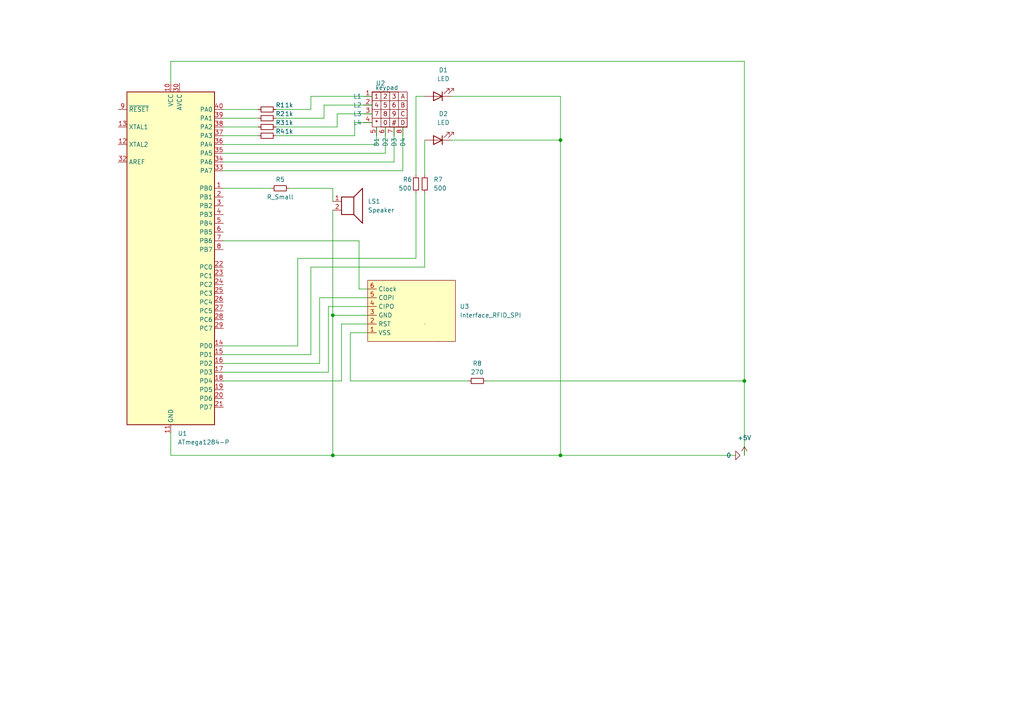
<source format=kicad_sch>
(kicad_sch (version 20211123) (generator eeschema)
  (paper "A4")
  (lib_symbols
    (symbol "Device:LED" (pin_numbers hide) (pin_names (offset 1.016) hide)
      (property "Reference" "D" (at 0 2.54 0))
      (property "Value" "LED" (at 0 -2.54 0))
      (symbol "LED_0_1"
        (polyline (pts (xy -1.27 -1.27) (xy -1.27 1.27)) (stroke (width 0.254)))
        (polyline (pts (xy -1.27 0) (xy 1.27 0)))
        (polyline (pts (xy 1.27 -1.27) (xy 1.27 1.27) (xy -1.27 0) (xy 1.27 -1.27)) (stroke (width 0.254)))
        (polyline (pts (xy -3.048 -0.762) (xy -4.572 -2.286) (xy -3.81 -2.286) (xy -4.572 -2.286) (xy -4.572 -1.524)))
        (polyline (pts (xy -1.778 -0.762) (xy -3.302 -2.286) (xy -2.54 -2.286) (xy -3.302 -2.286) (xy -3.302 -1.524)))
      )
      (symbol "LED_1_1"
        (pin passive line (at -3.81 0 0) (length 2.54) (name "K") (number "1"))
        (pin passive line (at 3.81 0 180) (length 2.54) (name "A") (number "2"))
      )
    )
    (symbol "Device:R_Small" (pin_numbers hide) (pin_names (offset 0.254) hide)
      (property "Reference" "R" (at 0.762 0.508 0))
      (property "Value" "R_Small" (at 0.762 -1.016 0))
      (symbol "R_Small_0_1"
        (rectangle (start -0.762 1.778) (end 0.762 -1.778) (stroke (width 0.2032)))
      )
      (symbol "R_Small_1_1"
        (pin passive line (at 0 2.54 270) (length 0.762) (name "~") (number "1"))
        (pin passive line (at 0 -2.54 90) (length 0.762) (name "~") (number "2"))
      )
    )
    (symbol "Device:Speaker" (pin_names (offset 0) hide)
      (property "Reference" "LS" (at 1.27 5.715 0))
      (property "Value" "Speaker" (at 1.27 3.81 0))
      (symbol "Speaker_0_0"
        (rectangle (start -2.54 1.27) (end 1.016 -3.81) (stroke (width 0.254)))
        (polyline (pts (xy 1.016 1.27) (xy 3.556 3.81) (xy 3.556 -6.35) (xy 1.016 -3.81)) (stroke (width 0.254)))
      )
      (symbol "Speaker_1_1"
        (pin input line (at -5.08 0 0) (length 2.54) (name "1") (number "1"))
        (pin input line (at -5.08 -2.54 0) (length 2.54) (name "2") (number "2"))
      )
    )
    (symbol "MCU_Microchip_ATmega:ATmega1284-P"
      (property "Reference" "U" (at -12.7 49.53 0))
      (property "Value" "ATmega1284-P" (at 2.54 -49.53 0))
      (symbol "ATmega1284-P_0_1"
        (rectangle (start -12.7 -48.26) (end 12.7 48.26) (stroke (width 0.254)) (fill (type background)))
      )
      (symbol "ATmega1284-P_1_1"
        (pin bidirectional line (at 15.24 20.32 180) (length 2.54) (name "PB0") (number "1"))
        (pin power_in line (at 0 50.8 270) (length 2.54) (name "VCC") (number "10"))
        (pin power_in line (at 0 -50.8 90) (length 2.54) (name "GND") (number "11"))
        (pin output line (at -15.24 33.02 0) (length 2.54) (name "XTAL2") (number "12"))
        (pin input line (at -15.24 38.1 0) (length 2.54) (name "XTAL1") (number "13"))
        (pin bidirectional line (at 15.24 -25.4 180) (length 2.54) (name "PD0") (number "14"))
        (pin bidirectional line (at 15.24 -27.94 180) (length 2.54) (name "PD1") (number "15"))
        (pin bidirectional line (at 15.24 -30.48 180) (length 2.54) (name "PD2") (number "16"))
        (pin bidirectional line (at 15.24 -33.02 180) (length 2.54) (name "PD3") (number "17"))
        (pin bidirectional line (at 15.24 -35.56 180) (length 2.54) (name "PD4") (number "18"))
        (pin bidirectional line (at 15.24 -38.1 180) (length 2.54) (name "PD5") (number "19"))
        (pin bidirectional line (at 15.24 17.78 180) (length 2.54) (name "PB1") (number "2"))
        (pin bidirectional line (at 15.24 -40.64 180) (length 2.54) (name "PD6") (number "20"))
        (pin bidirectional line (at 15.24 -43.18 180) (length 2.54) (name "PD7") (number "21"))
        (pin bidirectional line (at 15.24 -2.54 180) (length 2.54) (name "PC0") (number "22"))
        (pin bidirectional line (at 15.24 -5.08 180) (length 2.54) (name "PC1") (number "23"))
        (pin bidirectional line (at 15.24 -7.62 180) (length 2.54) (name "PC2") (number "24"))
        (pin bidirectional line (at 15.24 -10.16 180) (length 2.54) (name "PC3") (number "25"))
        (pin bidirectional line (at 15.24 -12.7 180) (length 2.54) (name "PC4") (number "26"))
        (pin bidirectional line (at 15.24 -15.24 180) (length 2.54) (name "PC5") (number "27"))
        (pin bidirectional line (at 15.24 -17.78 180) (length 2.54) (name "PC6") (number "28"))
        (pin bidirectional line (at 15.24 -20.32 180) (length 2.54) (name "PC7") (number "29"))
        (pin bidirectional line (at 15.24 15.24 180) (length 2.54) (name "PB2") (number "3"))
        (pin power_in line (at 2.54 50.8 270) (length 2.54) (name "AVCC") (number "30"))
        (pin passive line (at 0 -50.8 90) (length 2.54) hide (name "GND") (number "31"))
        (pin passive line (at -15.24 27.94 0) (length 2.54) (name "AREF") (number "32"))
        (pin bidirectional line (at 15.24 25.4 180) (length 2.54) (name "PA7") (number "33"))
        (pin bidirectional line (at 15.24 27.94 180) (length 2.54) (name "PA6") (number "34"))
        (pin bidirectional line (at 15.24 30.48 180) (length 2.54) (name "PA5") (number "35"))
        (pin bidirectional line (at 15.24 33.02 180) (length 2.54) (name "PA4") (number "36"))
        (pin bidirectional line (at 15.24 35.56 180) (length 2.54) (name "PA3") (number "37"))
        (pin bidirectional line (at 15.24 38.1 180) (length 2.54) (name "PA2") (number "38"))
        (pin bidirectional line (at 15.24 40.64 180) (length 2.54) (name "PA1") (number "39"))
        (pin bidirectional line (at 15.24 12.7 180) (length 2.54) (name "PB3") (number "4"))
        (pin bidirectional line (at 15.24 43.18 180) (length 2.54) (name "PA0") (number "40"))
        (pin bidirectional line (at 15.24 10.16 180) (length 2.54) (name "PB4") (number "5"))
        (pin bidirectional line (at 15.24 7.62 180) (length 2.54) (name "PB5") (number "6"))
        (pin bidirectional line (at 15.24 5.08 180) (length 2.54) (name "PB6") (number "7"))
        (pin bidirectional line (at 15.24 2.54 180) (length 2.54) (name "PB7") (number "8"))
        (pin input line (at -15.24 43.18 0) (length 2.54) (name "~{RESET}") (number "9"))
      )
    )
    (symbol "keybad:VMA405"
      (property "Reference" "U" (at 2.54 6.35 0))
      (property "Value" "VMA405" (at 3.81 3.81 0))
      (symbol "VMA405_0_1"
        (rectangle (start -5.08 2.54) (end 20.32 -15.24) (fill (type background)))
        (rectangle (start 0 2.54) (end 0 2.54))
        (rectangle (start 3.81 -2.54) (end 3.81 -2.54))
        (rectangle (start 3.81 -2.54) (end 3.81 -2.54))
      )
      (symbol "VMA405_1_1"
        (pin power_in line (at 20.32 0 180) (length 2.54) (name "VSS") (number "1"))
        (pin input line (at 20.32 -2.54 180) (length 2.54) (name "RST") (number "2"))
        (pin power_out line (at 20.32 -5.08 180) (length 2.54) (name "GND") (number "3"))
        (pin output line (at 20.32 -7.62 180) (length 2.54) (name "CIPO") (number "4"))
        (pin input line (at 20.32 -10.16 180) (length 2.54) (name "COPI") (number "5"))
        (pin input line (at 20.32 -12.7 180) (length 2.54) (name "Clock") (number "6"))
      )
    )
    (symbol "keybad:keypad"
      (property "Reference" "U" (at 0 8.89 0))
      (property "Value" "keypad" (at 0 7.62 0))
      (symbol "keypad_0_0"
        (rectangle (start -5.08 5.08) (end -2.54 2.54))
        (rectangle (start -5.08 5.08) (end 0 0))
        (rectangle (start -5.08 5.08) (end 2.54 -2.54))
        (rectangle (start -5.08 5.08) (end 5.08 -5.08))
        (rectangle (start 5.08 -5.08) (end -2.54 2.54))
        (rectangle (start 5.08 -5.08) (end 0 0))
        (rectangle (start 5.08 -5.08) (end 2.54 -2.54))
        (text "#" (at 1.27 -3.81 0) (effects (font (size 1.27 1.27))))
        (text "*" (at -3.81 -3.81 0) (effects (font (size 1.27 1.27))))
        (text "0" (at -1.27 -3.81 0) (effects (font (size 1.27 1.27))))
        (text "1" (at -3.81 3.81 0) (effects (font (size 1.27 1.27))))
        (text "2" (at -1.27 3.81 0) (effects (font (size 1.27 1.27))))
        (text "3" (at 1.27 3.81 0) (effects (font (size 1.27 1.27))))
        (text "4" (at -3.81 1.27 0) (effects (font (size 1.27 1.27))))
        (text "5" (at -1.27 1.27 0) (effects (font (size 1.27 1.27))))
        (text "6" (at 1.27 1.27 0) (effects (font (size 1.27 1.27))))
        (text "7" (at -3.81 -1.27 0) (effects (font (size 1.27 1.27))))
        (text "8" (at -1.27 -1.27 0) (effects (font (size 1.27 1.27))))
        (text "9" (at 1.27 -1.27 0) (effects (font (size 1.27 1.27))))
        (text "A" (at 3.81 3.81 0) (effects (font (size 1.27 1.27))))
        (text "B" (at 3.81 1.27 0) (effects (font (size 1.27 1.27))))
        (text "C" (at 3.81 -1.27 0) (effects (font (size 1.27 1.27))))
        (text "D" (at 3.81 -3.81 0) (effects (font (size 1.27 1.27))))
      )
      (symbol "keypad_1_1"
        (pin input line (at -5.08 3.81 180) (length 2.54) (name "L1") (number "1"))
        (pin input line (at -5.08 1.27 180) (length 2.54) (name "L2") (number "2"))
        (pin input line (at -5.08 -1.27 180) (length 2.54) (name "L3") (number "3"))
        (pin input line (at -5.08 -3.81 180) (length 2.54) (name "L4") (number "4"))
        (pin output line (at -3.81 -5.08 270) (length 2.54) (name "D1") (number "5"))
        (pin output line (at -1.27 -5.08 270) (length 2.54) (name "D2") (number "6"))
        (pin output line (at 1.27 -5.08 270) (length 2.54) (name "D3") (number "7"))
        (pin output line (at 3.81 -5.08 270) (length 2.54) (name "D4") (number "8"))
      )
    )
    (symbol "power:+5V" (power) (pin_names (offset 0))
      (property "Value" "+5V" (at 0 3.556 0))
      (symbol "+5V_0_1"
        (polyline (pts (xy -0.762 1.27) (xy 0 2.54)))
        (polyline (pts (xy 0 0) (xy 0 2.54)))
        (polyline (pts (xy 0 2.54) (xy 0.762 1.27)))
      )
      (symbol "+5V_1_1"
        (pin power_in line (at 0 0 90) (length 0) hide (name "+5V") (number "1"))
      )
    )
    (symbol "pspice:0" (power) (pin_names (offset 0))
      (property "Value" "0" (at 0 -1.778 0))
      (symbol "0_0_1"
        (polyline (pts (xy -1.27 0) (xy 0 -1.27) (xy 1.27 0) (xy -1.27 0)))
      )
      (symbol "0_1_1"
        (pin power_in line (at 0 0 0) (length 0) hide (name "0") (number "1"))
      )
    )
  )
  (junction (at 215.9 110.49))
  (junction (at 162.56 40.64))
  (junction (at 96.52 91.44))
  (junction (at 96.52 132.08))
  (junction (at 162.56 132.08))
  (wire (pts (xy 215.9 17.78) (xy 49.53 17.78)))
  (wire (pts (xy 64.77 41.91) (xy 109.22 41.91)))
  (wire (pts (xy 97.79 33.02) (xy 107.95 33.02)))
  (wire (pts (xy 162.56 27.94) (xy 162.56 40.64)))
  (wire (pts (xy 49.53 17.78) (xy 49.53 24.13)))
  (wire (pts (xy 130.81 27.94) (xy 162.56 27.94)))
  (wire (pts (xy 104.14 69.85) (xy 104.14 83.82)))
  (wire (pts (xy 120.65 74.93) (xy 86.36 74.93)))
  (wire (pts (xy 102.87 35.56) (xy 107.95 35.56)))
  (wire (pts (xy 130.81 40.64) (xy 162.56 40.64)))
  (wire (pts (xy 215.9 17.78) (xy 215.9 110.49)))
  (wire (pts (xy 49.53 125.73) (xy 49.53 132.08)))
  (wire (pts (xy 162.56 132.08) (xy 213.36 132.08)))
  (wire (pts (xy 64.77 107.95) (xy 95.25 107.95)))
  (wire (pts (xy 64.77 34.29) (xy 74.93 34.29)))
  (wire (pts (xy 120.65 55.88) (xy 120.65 74.93)))
  (wire (pts (xy 90.17 27.94) (xy 107.95 27.94)))
  (wire (pts (xy 80.01 34.29) (xy 93.98 34.29)))
  (wire (pts (xy 101.6 96.52) (xy 106.68 96.52)))
  (wire (pts (xy 96.52 91.44) (xy 96.52 132.08)))
  (wire (pts (xy 116.84 49.53) (xy 116.84 36.83)))
  (wire (pts (xy 123.19 27.94) (xy 120.65 27.94)))
  (wire (pts (xy 64.77 54.61) (xy 78.74 54.61)))
  (wire (pts (xy 95.25 88.9) (xy 95.25 107.95)))
  (wire (pts (xy 64.77 49.53) (xy 116.84 49.53)))
  (wire (pts (xy 96.52 60.96) (xy 96.52 91.44)))
  (wire (pts (xy 97.79 36.83) (xy 97.79 33.02)))
  (wire (pts (xy 114.3 46.99) (xy 114.3 36.83)))
  (wire (pts (xy 83.82 54.61) (xy 96.52 54.61)))
  (wire (pts (xy 90.17 77.47) (xy 90.17 102.87)))
  (wire (pts (xy 99.06 93.98) (xy 99.06 110.49)))
  (wire (pts (xy 101.6 110.49) (xy 135.89 110.49)))
  (wire (pts (xy 106.68 91.44) (xy 96.52 91.44)))
  (wire (pts (xy 93.98 30.48) (xy 107.95 30.48)))
  (wire (pts (xy 111.76 44.45) (xy 111.76 36.83)))
  (wire (pts (xy 92.71 86.36) (xy 92.71 105.41)))
  (wire (pts (xy 80.01 31.75) (xy 90.17 31.75)))
  (wire (pts (xy 96.52 54.61) (xy 96.52 58.42)))
  (wire (pts (xy 64.77 110.49) (xy 99.06 110.49)))
  (wire (pts (xy 104.14 83.82) (xy 106.68 83.82)))
  (wire (pts (xy 64.77 69.85) (xy 104.14 69.85)))
  (wire (pts (xy 106.68 93.98) (xy 99.06 93.98)))
  (wire (pts (xy 64.77 31.75) (xy 74.93 31.75)))
  (wire (pts (xy 64.77 44.45) (xy 111.76 44.45)))
  (wire (pts (xy 123.19 40.64) (xy 123.19 50.8)))
  (wire (pts (xy 215.9 110.49) (xy 215.9 132.08)))
  (wire (pts (xy 80.01 36.83) (xy 97.79 36.83)))
  (wire (pts (xy 109.22 41.91) (xy 109.22 36.83)))
  (wire (pts (xy 96.52 132.08) (xy 162.56 132.08)))
  (wire (pts (xy 101.6 110.49) (xy 101.6 96.52)))
  (wire (pts (xy 123.19 77.47) (xy 90.17 77.47)))
  (wire (pts (xy 123.19 55.88) (xy 123.19 77.47)))
  (wire (pts (xy 80.01 39.37) (xy 102.87 39.37)))
  (wire (pts (xy 64.77 105.41) (xy 92.71 105.41)))
  (wire (pts (xy 120.65 27.94) (xy 120.65 50.8)))
  (wire (pts (xy 64.77 102.87) (xy 90.17 102.87)))
  (wire (pts (xy 90.17 31.75) (xy 90.17 27.94)))
  (wire (pts (xy 64.77 36.83) (xy 74.93 36.83)))
  (wire (pts (xy 64.77 100.33) (xy 86.36 100.33)))
  (wire (pts (xy 162.56 40.64) (xy 162.56 132.08)))
  (wire (pts (xy 64.77 39.37) (xy 74.93 39.37)))
  (wire (pts (xy 92.71 86.36) (xy 106.68 86.36)))
  (wire (pts (xy 93.98 34.29) (xy 93.98 30.48)))
  (wire (pts (xy 86.36 74.93) (xy 86.36 100.33)))
  (wire (pts (xy 102.87 39.37) (xy 102.87 35.56)))
  (wire (pts (xy 64.77 46.99) (xy 114.3 46.99)))
  (wire (pts (xy 215.9 110.49) (xy 140.97 110.49)))
  (wire (pts (xy 49.53 132.08) (xy 96.52 132.08)))
  (wire (pts (xy 95.25 88.9) (xy 106.68 88.9)))
  (symbol (lib_id "keybad:keypad") (at 113.03 31.75 0) (unit 1)
    (property "Reference" "U2" (at 111.76 24.13 0) (effects (justify right)))
    (property "Value" "keypad" (at 115.57 25.4 0) (effects (justify right)))
  )
  (symbol (lib_id "Device:LED") (at 127 40.64 180) (unit 1)
    (property "Reference" "D2" (at 128.5875 33.02 0))
    (property "Value" "LED" (at 128.5875 35.56 0))
  )
  (symbol (lib_id "keybad:VMA405") (at 127 96.52 180) (unit 1)
    (property "Reference" "U3" (at 133.35 88.8999 0) (effects (justify right)))
    (property "Value" "Interface_RFID_SPI" (at 133.35 91.4399 0) (effects (justify right)))
  )
  (symbol (lib_id "Device:R_Small") (at 138.43 110.49 90) (unit 1)
    (property "Reference" "R8" (at 138.43 105.41 90))
    (property "Value" "270" (at 138.43 107.95 90))
  )
  (symbol (lib_id "Device:R_Small") (at 120.65 53.34 0) (unit 1)
    (property "Reference" "R6" (at 116.84 52.07 0) (effects (justify left)))
    (property "Value" "500" (at 115.57 54.61 0) (effects (justify left)))
  )
  (symbol (lib_id "power:+5V") (at 215.9 132.08 0) (unit 1)
    (property "Reference" "#PWR01" (effects hide))
    (property "Value" "+5V" (at 215.9 127 0))
  )
  (symbol (lib_id "pspice:0") (at 213.36 132.08 90) (unit 1)
    (property "Reference" "#GND01" (effects hide))
    (property "Value" "0" (at 212.09 132.0799 90) (effects (justify left)))
  )
  (symbol (lib_id "MCU_Microchip_ATmega:ATmega1284-P") (at 49.53 74.93 0) (unit 1)
    (property "Reference" "U1" (at 51.5494 125.73 0) (effects (justify left)))
    (property "Value" "ATmega1284-P" (at 51.5494 128.27 0) (effects (justify left)))
    (property "Footprint" "Package_DIP:DIP-40_W15.24mm" (effects hide))
    (property "Datasheet" "http://ww1.microchip.com/downloads/en/DeviceDoc/Atmel-8272-8-bit-AVR-microcontroller-ATmega164A_PA-324A_PA-644A_PA-1284_P_datasheet.pdf" (effects hide))
  )
  (symbol (lib_id "Device:R_Small") (at 77.47 39.37 90) (unit 1)
    (property "Reference" "R4" (at 81.28 38.1 90))
    (property "Value" "1k" (at 83.82 38.1 90))
  )
  (symbol (lib_id "Device:R_Small") (at 77.47 34.29 90) (unit 1)
    (property "Reference" "R2" (at 81.28 33.02 90))
    (property "Value" "1k" (at 83.82 33.02 90))
  )
  (symbol (lib_id "Device:LED") (at 127 27.94 180) (unit 1)
    (property "Reference" "D1" (at 128.5875 20.32 0))
    (property "Value" "LED" (at 128.5875 22.86 0))
  )
  (symbol (lib_id "Device:R_Small") (at 81.28 54.61 90) (unit 1)
    (property "Reference" "R5" (at 81.28 52.07 90))
    (property "Value" "R_Small" (at 81.28 57.15 90))
  )
  (symbol (lib_id "Device:R_Small") (at 77.47 31.75 90) (unit 1)
    (property "Reference" "R1" (at 81.28 30.48 90))
    (property "Value" "1k" (at 83.82 30.48 90))
  )
  (symbol (lib_id "Device:R_Small") (at 123.19 53.34 0) (unit 1)
    (property "Reference" "R7" (at 125.73 52.0699 0) (effects (justify left)))
    (property "Value" "500" (at 125.73 54.6099 0) (effects (justify left)))
  )
  (symbol (lib_id "Device:R_Small") (at 77.47 36.83 90) (unit 1)
    (property "Reference" "R3" (at 81.28 35.56 90))
    (property "Value" "1k" (at 83.82 35.56 90))
  )
  (symbol (lib_id "Device:Speaker") (at 101.6 58.42 0) (unit 1)
    (property "Reference" "LS1" (at 106.68 58.4199 0) (effects (justify left)))
    (property "Value" "Speaker" (at 106.68 60.9599 0) (effects (justify left)))
  )
)
</source>
